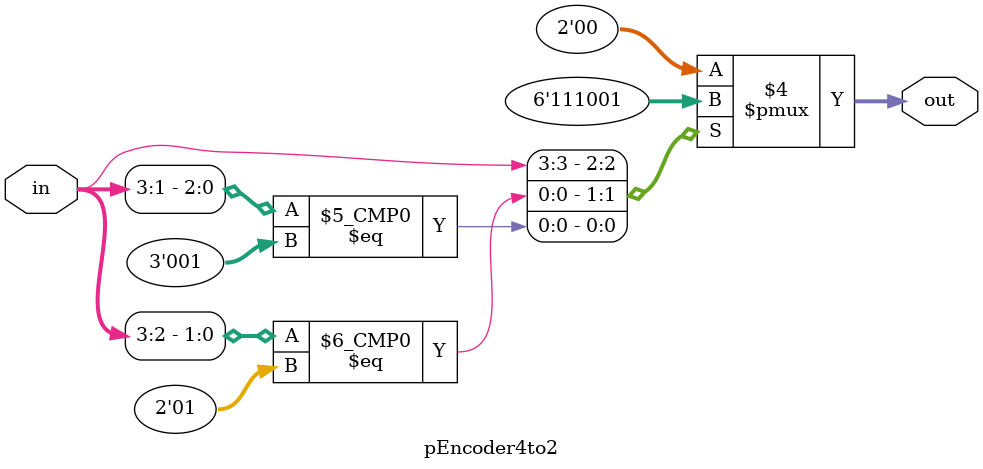
<source format=v>


module pEncoder4to2
(
	input [3:0]in,
	output reg [1:0]out
);

always@(*)
	begin 
		casex(in)
			4'b1xxx:out <= 2'b11; 
			4'b01xx:out <= 2'b10;
			4'b001x:out <= 2'b01;
			4'b0001:out <= 2'b00;
			default: out <= 2'b00;
		endcase
	end
endmodule
</source>
